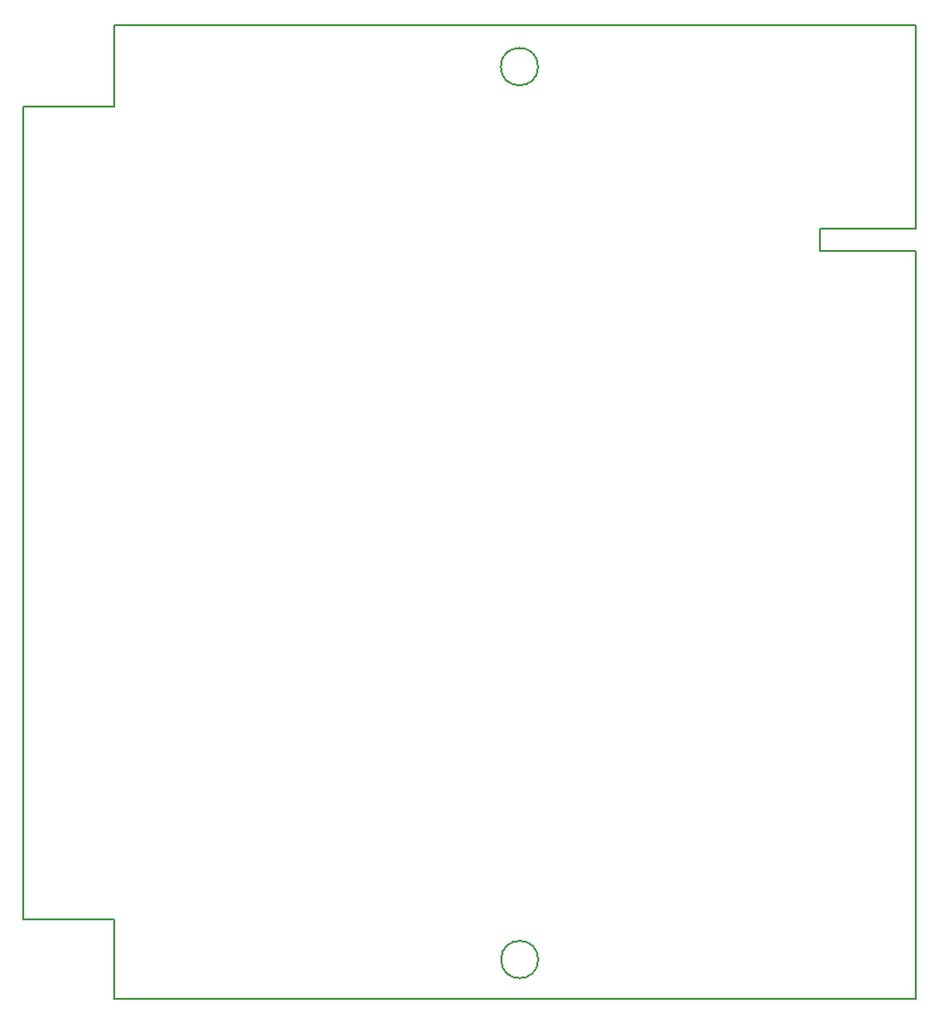
<source format=gm1>
G04 #@! TF.GenerationSoftware,KiCad,Pcbnew,6.0.11+dfsg-1*
G04 #@! TF.CreationDate,2025-03-28T14:55:46+01:00*
G04 #@! TF.ProjectId,Melodik2,4d656c6f-6469-46b3-922e-6b696361645f,2.0*
G04 #@! TF.SameCoordinates,Original*
G04 #@! TF.FileFunction,Profile,NP*
%FSLAX46Y46*%
G04 Gerber Fmt 4.6, Leading zero omitted, Abs format (unit mm)*
G04 Created by KiCad (PCBNEW 6.0.11+dfsg-1) date 2025-03-28 14:55:46*
%MOMM*%
%LPD*%
G01*
G04 APERTURE LIST*
G04 #@! TA.AperFunction,Profile*
%ADD10C,0.150000*%
G04 #@! TD*
G04 APERTURE END LIST*
D10*
X106910000Y-123040000D02*
X106910000Y-52020000D01*
X184970000Y-62690000D02*
X176620000Y-62690000D01*
X114900000Y-130010000D02*
X114900000Y-123040000D01*
X185000000Y-130010000D02*
X114900000Y-130010000D01*
X151957421Y-126580000D02*
G75*
G03*
X151957421Y-126580000I-1627421J0D01*
G01*
X114900000Y-52020000D02*
X114900000Y-44930000D01*
X176620000Y-62690000D02*
X176620000Y-64630000D01*
X185000000Y-64630000D02*
X185000000Y-130010000D01*
X151946704Y-48550000D02*
G75*
G03*
X151946704Y-48550000I-1636704J0D01*
G01*
X114900000Y-44930000D02*
X184970000Y-44940000D01*
X184970000Y-44940000D02*
X184970000Y-62690000D01*
X106910000Y-52020000D02*
X114900000Y-52020000D01*
X114900000Y-123040000D02*
X106910000Y-123040000D01*
X176620000Y-64630000D02*
X185000000Y-64630000D01*
M02*

</source>
